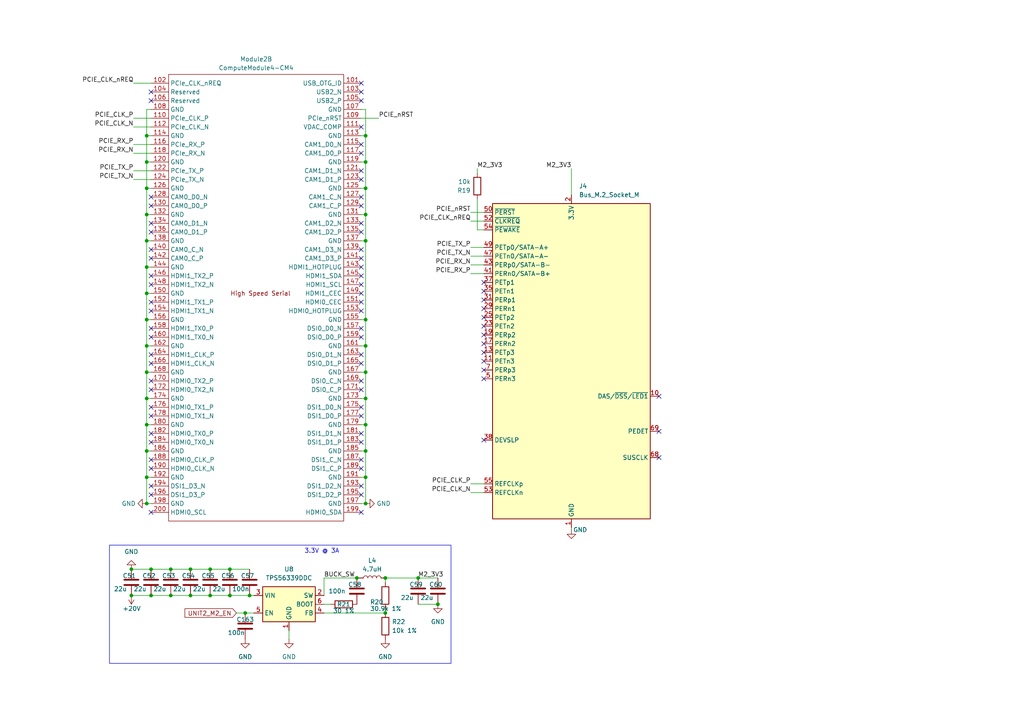
<source format=kicad_sch>
(kicad_sch (version 20231120) (generator "eeschema") (generator_version "8.0")
  (paper "A4")
  (lib_symbols
    (symbol "Connector:Bus_M.2_Socket_M"
      (property "Reference" "J" (at -22.86 46.99 0))
      (property "Value" "Bus_M.2_Socket_M" (at 16.51 46.99 0))
      (symbol "Bus_M.2_Socket_M_0_1"
        (rectangle (start -22.86 45.72) (end 22.86 -45.72) (stroke (width 0.254)) (fill (type background)))
      )
      (symbol "Bus_M.2_Socket_M_1_1"
        (pin power_in line (at 0 -48.26 90) (length 2.54) (name "GND") (number "1"))
        (pin bidirectional line (at 25.4 -10.16 180) (length 2.54) (name "DAS/~{DSS}/~{LED1}") (number "10"))
        (pin output line (at -25.4 0 0) (length 2.54) (name "PETn3") (number "11"))
        (pin passive line (at 0 48.26 270) (length 2.54) hide (name "3.3V") (number "12"))
        (pin output line (at -25.4 2.54 0) (length 2.54) (name "PETp3") (number "13"))
        (pin passive line (at 0 48.26 270) (length 2.54) hide (name "3.3V") (number "14"))
        (pin passive line (at 0 -48.26 90) (length 2.54) hide (name "GND") (number "15"))
        (pin passive line (at 0 48.26 270) (length 2.54) hide (name "3.3V") (number "16"))
        (pin input line (at -25.4 5.08 0) (length 2.54) (name "PERn2") (number "17"))
        (pin passive line (at 0 48.26 270) (length 2.54) hide (name "3.3V") (number "18"))
        (pin input line (at -25.4 7.62 0) (length 2.54) (name "PERp2") (number "19"))
        (pin power_in line (at 0 48.26 270) (length 2.54) (name "3.3V") (number "2"))
        (pin no_connect line (at 22.86 2.54 180) (length 2.54) hide (name "NC") (number "20"))
        (pin passive line (at 0 -48.26 90) (length 2.54) hide (name "GND") (number "21"))
        (pin no_connect line (at 22.86 5.08 180) (length 2.54) hide (name "NC") (number "22"))
        (pin output line (at -25.4 10.16 0) (length 2.54) (name "PETn2") (number "23"))
        (pin no_connect line (at 22.86 7.62 180) (length 2.54) hide (name "NC") (number "24"))
        (pin output line (at -25.4 12.7 0) (length 2.54) (name "PETp2") (number "25"))
        (pin no_connect line (at 22.86 10.16 180) (length 2.54) hide (name "NC") (number "26"))
        (pin passive line (at 0 -48.26 90) (length 2.54) hide (name "GND") (number "27"))
        (pin no_connect line (at 22.86 12.7 180) (length 2.54) hide (name "NC") (number "28"))
        (pin input line (at -25.4 15.24 0) (length 2.54) (name "PERn1") (number "29"))
        (pin passive line (at 0 -48.26 90) (length 2.54) hide (name "GND") (number "3"))
        (pin no_connect line (at 22.86 15.24 180) (length 2.54) hide (name "NC") (number "30"))
        (pin input line (at -25.4 17.78 0) (length 2.54) (name "PERp1") (number "31"))
        (pin no_connect line (at 22.86 17.78 180) (length 2.54) hide (name "NC") (number "32"))
        (pin passive line (at 0 -48.26 90) (length 2.54) hide (name "GND") (number "33"))
        (pin no_connect line (at 22.86 20.32 180) (length 2.54) hide (name "NC") (number "34"))
        (pin output line (at -25.4 20.32 0) (length 2.54) (name "PETn1") (number "35"))
        (pin no_connect line (at 22.86 22.86 180) (length 2.54) hide (name "NC") (number "36"))
        (pin output line (at -25.4 22.86 0) (length 2.54) (name "PETp1") (number "37"))
        (pin output line (at -25.4 -22.86 0) (length 2.54) (name "DEVSLP") (number "38"))
        (pin passive line (at 0 -48.26 90) (length 2.54) hide (name "GND") (number "39"))
        (pin passive line (at 0 48.26 270) (length 2.54) hide (name "3.3V") (number "4"))
        (pin no_connect line (at 22.86 25.4 180) (length 2.54) hide (name "NC") (number "40"))
        (pin input line (at -25.4 25.4 0) (length 2.54) (name "PERn0/SATA-B+") (number "41"))
        (pin no_connect line (at 22.86 27.94 180) (length 2.54) hide (name "NC") (number "42"))
        (pin input line (at -25.4 27.94 0) (length 2.54) (name "PERp0/SATA-B-") (number "43"))
        (pin no_connect line (at 22.86 30.48 180) (length 2.54) hide (name "NC") (number "44"))
        (pin passive line (at 0 -48.26 90) (length 2.54) hide (name "GND") (number "45"))
        (pin no_connect line (at 22.86 33.02 180) (length 2.54) hide (name "NC") (number "46"))
        (pin output line (at -25.4 30.48 0) (length 2.54) (name "PETn0/SATA-A-") (number "47"))
        (pin no_connect line (at 22.86 35.56 180) (length 2.54) hide (name "NC") (number "48"))
        (pin output line (at -25.4 33.02 0) (length 2.54) (name "PETp0/SATA-A+") (number "49"))
        (pin input line (at -25.4 -5.08 0) (length 2.54) (name "PERn3") (number "5"))
        (pin output line (at -25.4 43.18 0) (length 2.54) (name "~{PERST}") (number "50"))
        (pin passive line (at 0 -48.26 90) (length 2.54) hide (name "GND") (number "51"))
        (pin bidirectional line (at -25.4 40.64 0) (length 2.54) (name "~{CLKREQ}") (number "52"))
        (pin output line (at -25.4 -38.1 0) (length 2.54) (name "REFCLKn") (number "53"))
        (pin bidirectional line (at -25.4 38.1 0) (length 2.54) (name "~{PEWAKE}") (number "54"))
        (pin output line (at -25.4 -35.56 0) (length 2.54) (name "REFCLKp") (number "55"))
        (pin no_connect line (at 22.86 38.1 180) (length 2.54) hide (name "NC") (number "56"))
        (pin passive line (at 0 -48.26 90) (length 2.54) hide (name "GND") (number "57"))
        (pin no_connect line (at 22.86 40.64 180) (length 2.54) hide (name "NC") (number "58"))
        (pin no_connect line (at 22.86 -2.54 180) (length 2.54) hide (name "NC") (number "6"))
        (pin no_connect line (at 22.86 -5.08 180) (length 2.54) hide (name "NC") (number "67"))
        (pin output line (at 25.4 -27.94 180) (length 2.54) (name "SUSCLK") (number "68"))
        (pin passive line (at 25.4 -20.32 180) (length 2.54) (name "PEDET") (number "69"))
        (pin input line (at -25.4 -2.54 0) (length 2.54) (name "PERp3") (number "7"))
        (pin passive line (at 0 48.26 270) (length 2.54) hide (name "3.3V") (number "70"))
        (pin passive line (at 0 -48.26 90) (length 2.54) hide (name "GND") (number "71"))
        (pin passive line (at 0 48.26 270) (length 2.54) hide (name "3.3V") (number "72"))
        (pin passive line (at 0 -48.26 90) (length 2.54) hide (name "GND") (number "73"))
        (pin passive line (at 0 48.26 270) (length 2.54) hide (name "3.3V") (number "74"))
        (pin passive line (at 0 -48.26 90) (length 2.54) hide (name "GND") (number "75"))
        (pin no_connect line (at 22.86 0 180) (length 2.54) hide (name "NC") (number "8"))
        (pin passive line (at 0 -48.26 90) (length 2.54) hide (name "GND") (number "9"))
      )
    )
    (symbol "Device:C" (pin_numbers hide) (pin_names (offset 0.254))
      (property "Reference" "C" (at 0.635 2.54 0))
      (property "Value" "C" (at 0.635 -2.54 0))
      (symbol "C_0_1"
        (polyline (pts (xy -2.032 -0.762) (xy 2.032 -0.762)) (stroke (width 0.508)))
        (polyline (pts (xy -2.032 0.762) (xy 2.032 0.762)) (stroke (width 0.508)))
      )
      (symbol "C_1_1"
        (pin passive line (at 0 3.81 270) (length 2.794) (name "~") (number "1"))
        (pin passive line (at 0 -3.81 90) (length 2.794) (name "~") (number "2"))
      )
    )
    (symbol "Device:L" (pin_numbers hide) (pin_names (offset 1.016) hide)
      (property "Reference" "L" (at -1.27 0 90))
      (property "Value" "L" (at 1.905 0 90))
      (symbol "L_0_1"
        (arc (start 0 -2.54) (mid 0.6323 -1.905) (end 0 -1.27))
        (arc (start 0 -1.27) (mid 0.6323 -0.635) (end 0 0))
        (arc (start 0 0) (mid 0.6323 0.635) (end 0 1.27))
        (arc (start 0 1.27) (mid 0.6323 1.905) (end 0 2.54))
      )
      (symbol "L_1_1"
        (pin passive line (at 0 3.81 270) (length 1.27) (name "1") (number "1"))
        (pin passive line (at 0 -3.81 90) (length 1.27) (name "2") (number "2"))
      )
    )
    (symbol "Device:R" (pin_numbers hide) (pin_names (offset 0))
      (property "Reference" "R" (at 2.032 0 90))
      (property "Value" "R" (at 0 0 90))
      (symbol "R_0_1"
        (rectangle (start -1.016 -2.54) (end 1.016 2.54) (stroke (width 0.254)))
      )
      (symbol "R_1_1"
        (pin passive line (at 0 3.81 270) (length 1.27) (name "~") (number "1"))
        (pin passive line (at 0 -3.81 90) (length 1.27) (name "~") (number "2"))
      )
    )
    (symbol "Magi:+20V" (power) (pin_names (offset 0))
      (property "Value" "+20V" (at 0 3.556 0))
      (symbol "+20V_0_1"
        (polyline (pts (xy -0.762 1.27) (xy 0 2.54)))
        (polyline (pts (xy 0 0) (xy 0 2.54)))
        (polyline (pts (xy 0 2.54) (xy 0.762 1.27)))
      )
      (symbol "+20V_1_1"
        (pin power_in line (at 0 0 90) (length 0) hide (name "+20V") (number "1"))
      )
    )
    (symbol "Magi:ComputeModule4-CM4"
      (property "Reference" "Module" (at 113.03 -68.58 0))
      (property "Value" "ComputeModule4-CM4" (at 140.97 2.54 0))
      (property "Field4" "Hirose" (at 0 0 0))
      (property "Field5" "2x DF40C-100DS-0.4V" (at 0 -2.54 0))
      (symbol "ComputeModule4-CM4_1_0"
        (text "GPIO" (at 0 6.35 0) (effects (font (size 1.27 1.27))))
      )
      (symbol "ComputeModule4-CM4_1_1"
        (rectangle (start -30.48 -71.12) (end 25.4 58.42))
        (text "600mA Max" (at -8.89 -53.34 0) (effects (font (size 1.27 1.27))))
        (text "600mA Max" (at -8.89 -48.26 0) (effects (font (size 1.27 1.27))))
        (text "NB SD signals are only available" (at -1.27 -27.94 0) (effects (font (size 1.27 1.27))))
        (text "on modules without eMMC" (at -1.27 -30.48 0) (effects (font (size 1.27 1.27))))
        (pin power_in line (at 27.94 55.88 180) (length 2.54) (name "GND") (number "1"))
        (pin passive line (at -33.02 45.72 0) (length 2.54) (name "Ethernet_Pair0_N") (number "10"))
        (pin output line (at -33.02 -68.58 0) (length 2.54) (name "nEXTRST") (number "100"))
        (pin passive line (at 27.94 43.18 180) (length 2.54) (name "Ethernet_Pair2_P") (number "11"))
        (pin passive line (at -33.02 43.18 0) (length 2.54) (name "Ethernet_Pair0_P") (number "12"))
        (pin power_in line (at 27.94 40.64 180) (length 2.54) (name "GND") (number "13"))
        (pin power_in line (at -33.02 40.64 0) (length 2.54) (name "GND") (number "14"))
        (pin output line (at 27.94 38.1 180) (length 2.54) (name "Ethernet_nLED3(3.3v)") (number "15"))
        (pin input line (at -33.02 38.1 0) (length 2.54) (name "Ethernet_SYNC_IN(1.8v)") (number "16"))
        (pin output line (at 27.94 35.56 180) (length 2.54) (name "Ethernet_nLED2(3.3v)") (number "17"))
        (pin input line (at -33.02 35.56 0) (length 2.54) (name "Ethernet_SYNC_OUT(1.8v)") (number "18"))
        (pin output line (at 27.94 33.02 180) (length 2.54) (name "Ethernet_nLED1(3.3v)") (number "19"))
        (pin power_in line (at -33.02 55.88 0) (length 2.54) (name "GND") (number "2"))
        (pin passive line (at -33.02 33.02 0) (length 2.54) (name "EEPROM_nWP") (number "20"))
        (pin open_collector line (at 27.94 30.48 180) (length 2.54) (name "PI_nLED_Activity") (number "21"))
        (pin power_in line (at -33.02 30.48 0) (length 2.54) (name "GND") (number "22"))
        (pin power_in line (at 27.94 27.94 180) (length 2.54) (name "GND") (number "23"))
        (pin passive line (at -33.02 27.94 0) (length 2.54) (name "GPIO26") (number "24"))
        (pin passive line (at 27.94 25.4 180) (length 2.54) (name "GPIO21") (number "25"))
        (pin passive line (at -33.02 25.4 0) (length 2.54) (name "GPIO19") (number "26"))
        (pin passive line (at 27.94 22.86 180) (length 2.54) (name "GPIO20") (number "27"))
        (pin passive line (at -33.02 22.86 0) (length 2.54) (name "GPIO13") (number "28"))
        (pin passive line (at 27.94 20.32 180) (length 2.54) (name "GPIO16") (number "29"))
        (pin passive line (at 27.94 53.34 180) (length 2.54) (name "Ethernet_Pair3_P") (number "3"))
        (pin passive line (at -33.02 20.32 0) (length 2.54) (name "GPIO6") (number "30"))
        (pin passive line (at 27.94 17.78 180) (length 2.54) (name "GPIO12") (number "31"))
        (pin power_in line (at -33.02 17.78 0) (length 2.54) (name "GND") (number "32"))
        (pin power_in line (at 27.94 15.24 180) (length 2.54) (name "GND") (number "33"))
        (pin passive line (at -33.02 15.24 0) (length 2.54) (name "GPIO5") (number "34"))
        (pin passive line (at 27.94 12.7 180) (length 2.54) (name "ID_SC") (number "35"))
        (pin passive line (at -33.02 12.7 0) (length 2.54) (name "ID_SD") (number "36"))
        (pin passive line (at 27.94 10.16 180) (length 2.54) (name "GPIO7") (number "37"))
        (pin passive line (at -33.02 10.16 0) (length 2.54) (name "GPIO11") (number "38"))
        (pin passive line (at 27.94 7.62 180) (length 2.54) (name "GPIO8") (number "39"))
        (pin passive line (at -33.02 53.34 0) (length 2.54) (name "Ethernet_Pair1_P") (number "4"))
        (pin passive line (at -33.02 7.62 0) (length 2.54) (name "GPIO9") (number "40"))
        (pin passive line (at 27.94 5.08 180) (length 2.54) (name "GPIO25") (number "41"))
        (pin power_in line (at -33.02 5.08 0) (length 2.54) (name "GND") (number "42"))
        (pin power_in line (at 27.94 2.54 180) (length 2.54) (name "GND") (number "43"))
        (pin passive line (at -33.02 2.54 0) (length 2.54) (name "GPIO10") (number "44"))
        (pin passive line (at 27.94 0 180) (length 2.54) (name "GPIO24") (number "45"))
        (pin passive line (at -33.02 0 0) (length 2.54) (name "GPIO22") (number "46"))
        (pin passive line (at 27.94 -2.54 180) (length 2.54) (name "GPIO23") (number "47"))
        (pin passive line (at -33.02 -2.54 0) (length 2.54) (name "GPIO27") (number "48"))
        (pin passive line (at 27.94 -5.08 180) (length 2.54) (name "GPIO18") (number "49"))
        (pin passive line (at 27.94 50.8 180) (length 2.54) (name "Ethernet_Pair3_N") (number "5"))
        (pin passive line (at -33.02 -5.08 0) (length 2.54) (name "GPIO17") (number "50"))
        (pin passive line (at 27.94 -7.62 180) (length 2.54) (name "GPIO15") (number "51"))
        (pin power_in line (at -33.02 -7.62 0) (length 2.54) (name "GND") (number "52"))
        (pin power_in line (at 27.94 -10.16 180) (length 2.54) (name "GND") (number "53"))
        (pin passive line (at -33.02 -10.16 0) (length 2.54) (name "GPIO4") (number "54"))
        (pin passive line (at 27.94 -12.7 180) (length 2.54) (name "GPIO14") (number "55"))
        (pin passive line (at -33.02 -12.7 0) (length 2.54) (name "GPIO3") (number "56"))
        (pin passive line (at 27.94 -15.24 180) (length 2.54) (name "SD_CLK") (number "57"))
        (pin passive line (at -33.02 -15.24 0) (length 2.54) (name "GPIO2") (number "58"))
        (pin power_in line (at 27.94 -17.78 180) (length 2.54) (name "GND") (number "59"))
        (pin passive line (at -33.02 50.8 0) (length 2.54) (name "Ethernet_Pair1_N") (number "6"))
        (pin power_in line (at -33.02 -17.78 0) (length 2.54) (name "GND") (number "60"))
        (pin passive line (at 27.94 -20.32 180) (length 2.54) (name "SD_DAT3") (number "61"))
        (pin passive line (at -33.02 -20.32 0) (length 2.54) (name "SD_CMD") (number "62"))
        (pin passive line (at 27.94 -22.86 180) (length 2.54) (name "SD_DAT0") (number "63"))
        (pin passive line (at -33.02 -22.86 0) (length 2.54) (name "SD_DAT5") (number "64"))
        (pin power_in line (at 27.94 -25.4 180) (length 2.54) (name "GND") (number "65"))
        (pin power_in line (at -33.02 -25.4 0) (length 2.54) (name "GND") (number "66"))
        (pin passive line (at 27.94 -27.94 180) (length 2.54) (name "SD_DAT1") (number "67"))
        (pin passive line (at -33.02 -27.94 0) (length 2.54) (name "SD_DAT4") (number "68"))
        (pin passive line (at 27.94 -30.48 180) (length 2.54) (name "SD_DAT2") (number "69"))
        (pin power_in line (at 27.94 48.26 180) (length 2.54) (name "GND") (number "7"))
        (pin passive line (at -33.02 -30.48 0) (length 2.54) (name "SD_DAT7") (number "70"))
        (pin power_in line (at 27.94 -33.02 180) (length 2.54) (name "GND") (number "71"))
        (pin passive line (at -33.02 -33.02 0) (length 2.54) (name "SD_DAT6") (number "72"))
        (pin input line (at 27.94 -35.56 180) (length 2.54) (name "SD_VDD_Override") (number "73"))
        (pin power_in line (at -33.02 -35.56 0) (length 2.54) (name "GND") (number "74"))
        (pin output line (at 27.94 -38.1 180) (length 2.54) (name "SD_PWR_ON") (number "75"))
        (pin passive line (at -33.02 -38.1 0) (length 2.54) (name "Reserved") (number "76"))
        (pin power_in line (at 27.94 -40.64 180) (length 2.54) (name "+5v_(Input)") (number "77"))
        (pin power_in line (at -33.02 -40.64 0) (length 2.54) (name "GPIO_VREF(1.8v/3.3v_Input)") (number "78"))
        (pin power_in line (at 27.94 -43.18 180) (length 2.54) (name "+5v_(Input)") (number "79"))
        (pin power_in line (at -33.02 48.26 0) (length 2.54) (name "GND") (number "8"))
        (pin passive line (at -33.02 -43.18 0) (length 2.54) (name "SCL0") (number "80"))
        (pin power_in line (at 27.94 -45.72 180) (length 2.54) (name "+5v_(Input)") (number "81"))
        (pin passive line (at -33.02 -45.72 0) (length 2.54) (name "SDA0") (number "82"))
        (pin power_in line (at 27.94 -48.26 180) (length 2.54) (name "+5v_(Input)") (number "83"))
        (pin power_out line (at -33.02 -48.26 0) (length 2.54) (name "+3.3v_(Output)") (number "84"))
        (pin power_in line (at 27.94 -50.8 180) (length 2.54) (name "+5v_(Input)") (number "85"))
        (pin power_out line (at -33.02 -50.8 0) (length 2.54) (name "+3.3v_(Output)") (number "86"))
        (pin power_in line (at 27.94 -53.34 180) (length 2.54) (name "+5v_(Input)") (number "87"))
        (pin power_out line (at -33.02 -53.34 0) (length 2.54) (name "+1.8v_(Output)") (number "88"))
        (pin power_in line (at 27.94 -55.88 180) (length 2.54) (name "WiFi_nDisable") (number "89"))
        (pin passive line (at 27.94 45.72 180) (length 2.54) (name "Ethernet_Pair2_N") (number "9"))
        (pin power_out line (at -33.02 -55.88 0) (length 2.54) (name "+1.8v_(Output)") (number "90"))
        (pin power_in line (at 27.94 -58.42 180) (length 2.54) (name "BT_nDisable") (number "91"))
        (pin passive line (at -33.02 -58.42 0) (length 2.54) (name "RUN_PG") (number "92"))
        (pin input line (at 27.94 -60.96 180) (length 2.54) (name "nRPIBOOT") (number "93"))
        (pin passive line (at -33.02 -60.96 0) (length 2.54) (name "AnalogIP1") (number "94"))
        (pin output line (at 27.94 -63.5 180) (length 2.54) (name "nPI_LED_PWR") (number "95"))
        (pin passive line (at -33.02 -63.5 0) (length 2.54) (name "AnalogIP0") (number "96"))
        (pin passive line (at 27.94 -66.04 180) (length 2.54) (name "Camera_GPIO") (number "97"))
        (pin power_in line (at -33.02 -66.04 0) (length 2.54) (name "GND") (number "98"))
        (pin input line (at 27.94 -68.58 180) (length 2.54) (name "Global_EN") (number "99"))
      )
      (symbol "ComputeModule4-CM4_2_1"
        (rectangle (start 114.3 -66.04) (end 165.1 63.5))
        (text "High Speed Serial" (at 140.97 0 0) (effects (font (size 1.27 1.27))))
        (pin input line (at 170.18 60.96 180) (length 5.08) (name "USB_OTG_ID") (number "101"))
        (pin input line (at 109.22 60.96 0) (length 5.08) (name "PCIe_CLK_nREQ") (number "102"))
        (pin passive line (at 170.18 58.42 180) (length 5.08) (name "USB2_N") (number "103"))
        (pin passive line (at 109.22 58.42 0) (length 5.08) (name "Reserved") (number "104"))
        (pin passive line (at 170.18 55.88 180) (length 5.08) (name "USB2_P") (number "105"))
        (pin passive line (at 109.22 55.88 0) (length 5.08) (name "Reserved") (number "106"))
        (pin power_in line (at 170.18 53.34 180) (length 5.08) (name "GND") (number "107"))
        (pin power_in line (at 109.22 53.34 0) (length 5.08) (name "GND") (number "108"))
        (pin bidirectional line (at 170.18 50.8 180) (length 5.08) (name "PCIe_nRST") (number "109"))
        (pin output line (at 109.22 50.8 0) (length 5.08) (name "PCIe_CLK_P") (number "110"))
        (pin passive line (at 170.18 48.26 180) (length 5.08) (name "VDAC_COMP") (number "111"))
        (pin output line (at 109.22 48.26 0) (length 5.08) (name "PCIe_CLK_N") (number "112"))
        (pin power_in line (at 170.18 45.72 180) (length 5.08) (name "GND") (number "113"))
        (pin power_in line (at 109.22 45.72 0) (length 5.08) (name "GND") (number "114"))
        (pin input line (at 170.18 43.18 180) (length 5.08) (name "CAM1_D0_N") (number "115"))
        (pin input line (at 109.22 43.18 0) (length 5.08) (name "PCIe_RX_P") (number "116"))
        (pin input line (at 170.18 40.64 180) (length 5.08) (name "CAM1_D0_P") (number "117"))
        (pin input line (at 109.22 40.64 0) (length 5.08) (name "PCIe_RX_N") (number "118"))
        (pin power_in line (at 170.18 38.1 180) (length 5.08) (name "GND") (number "119"))
        (pin power_in line (at 109.22 38.1 0) (length 5.08) (name "GND") (number "120"))
        (pin input line (at 170.18 35.56 180) (length 5.08) (name "CAM1_D1_N") (number "121"))
        (pin output line (at 109.22 35.56 0) (length 5.08) (name "PCIe_TX_P") (number "122"))
        (pin input line (at 170.18 33.02 180) (length 5.08) (name "CAM1_D1_P") (number "123"))
        (pin output line (at 109.22 33.02 0) (length 5.08) (name "PCIe_TX_N") (number "124"))
        (pin power_in line (at 170.18 30.48 180) (length 5.08) (name "GND") (number "125"))
        (pin power_in line (at 109.22 30.48 0) (length 5.08) (name "GND") (number "126"))
        (pin input line (at 170.18 27.94 180) (length 5.08) (name "CAM1_C_N") (number "127"))
        (pin input line (at 109.22 27.94 0) (length 5.08) (name "CAM0_D0_N") (number "128"))
        (pin input line (at 170.18 25.4 180) (length 5.08) (name "CAM1_C_P") (number "129"))
        (pin input line (at 109.22 25.4 0) (length 5.08) (name "CAM0_D0_P") (number "130"))
        (pin power_in line (at 170.18 22.86 180) (length 5.08) (name "GND") (number "131"))
        (pin power_in line (at 109.22 22.86 0) (length 5.08) (name "GND") (number "132"))
        (pin input line (at 170.18 20.32 180) (length 5.08) (name "CAM1_D2_N") (number "133"))
        (pin input line (at 109.22 20.32 0) (length 5.08) (name "CAM0_D1_N") (number "134"))
        (pin input line (at 170.18 17.78 180) (length 5.08) (name "CAM1_D2_P") (number "135"))
        (pin input line (at 109.22 17.78 0) (length 5.08) (name "CAM0_D1_P") (number "136"))
        (pin power_in line (at 170.18 15.24 180) (length 5.08) (name "GND") (number "137"))
        (pin power_in line (at 109.22 15.24 0) (length 5.08) (name "GND") (number "138"))
        (pin input line (at 170.18 12.7 180) (length 5.08) (name "CAM1_D3_N") (number "139"))
        (pin input line (at 109.22 12.7 0) (length 5.08) (name "CAM0_C_N") (number "140"))
        (pin input line (at 170.18 10.16 180) (length 5.08) (name "CAM1_D3_P") (number "141"))
        (pin input line (at 109.22 10.16 0) (length 5.08) (name "CAM0_C_P") (number "142"))
        (pin input line (at 170.18 7.62 180) (length 5.08) (name "HDMI1_HOTPLUG") (number "143"))
        (pin power_in line (at 109.22 7.62 0) (length 5.08) (name "GND") (number "144"))
        (pin bidirectional line (at 170.18 5.08 180) (length 5.08) (name "HDMI1_SDA") (number "145"))
        (pin output line (at 109.22 5.08 0) (length 5.08) (name "HDMI1_TX2_P") (number "146"))
        (pin open_collector line (at 170.18 2.54 180) (length 5.08) (name "HDMI1_SCL") (number "147"))
        (pin output line (at 109.22 2.54 0) (length 5.08) (name "HDMI1_TX2_N") (number "148"))
        (pin open_collector line (at 170.18 0 180) (length 5.08) (name "HDMI1_CEC") (number "149"))
        (pin power_in line (at 109.22 0 0) (length 5.08) (name "GND") (number "150"))
        (pin open_collector line (at 170.18 -2.54 180) (length 5.08) (name "HDMI0_CEC") (number "151"))
        (pin output line (at 109.22 -2.54 0) (length 5.08) (name "HDMI1_TX1_P") (number "152"))
        (pin input line (at 170.18 -5.08 180) (length 5.08) (name "HDMI0_HOTPLUG") (number "153"))
        (pin output line (at 109.22 -5.08 0) (length 5.08) (name "HDMI1_TX1_N") (number "154"))
        (pin power_in line (at 170.18 -7.62 180) (length 5.08) (name "GND") (number "155"))
        (pin power_in line (at 109.22 -7.62 0) (length 5.08) (name "GND") (number "156"))
        (pin output line (at 170.18 -10.16 180) (length 5.08) (name "DSI0_D0_N") (number "157"))
        (pin output line (at 109.22 -10.16 0) (length 5.08) (name "HDMI1_TX0_P") (number "158"))
        (pin output line (at 170.18 -12.7 180) (length 5.08) (name "DSI0_D0_P") (number "159"))
        (pin output line (at 109.22 -12.7 0) (length 5.08) (name "HDMI1_TX0_N") (number "160"))
        (pin power_in line (at 170.18 -15.24 180) (length 5.08) (name "GND") (number "161"))
        (pin power_in line (at 109.22 -15.24 0) (length 5.08) (name "GND") (number "162"))
        (pin output line (at 170.18 -17.78 180) (length 5.08) (name "DSI0_D1_N") (number "163"))
        (pin output line (at 109.22 -17.78 0) (length 5.08) (name "HDMI1_CLK_P") (number "164"))
        (pin output line (at 170.18 -20.32 180) (length 5.08) (name "DSI0_D1_P") (number "165"))
        (pin output line (at 109.22 -20.32 0) (length 5.08) (name "HDMI1_CLK_N") (number "166"))
        (pin power_in line (at 170.18 -22.86 180) (length 5.08) (name "GND") (number "167"))
        (pin power_in line (at 109.22 -22.86 0) (length 5.08) (name "GND") (number "168"))
        (pin output line (at 170.18 -25.4 180) (length 5.08) (name "DSI0_C_N") (number "169"))
        (pin output line (at 109.22 -25.4 0) (length 5.08) (name "HDMI0_TX2_P") (number "170"))
        (pin output line (at 170.18 -27.94 180) (length 5.08) (name "DSI0_C_P") (number "171"))
        (pin output line (at 109.22 -27.94 0) (length 5.08) (name "HDMI0_TX2_N") (number "172"))
        (pin power_in line (at 170.18 -30.48 180) (length 5.08) (name "GND") (number "173"))
        (pin power_in line (at 109.22 -30.48 0) (length 5.08) (name "GND") (number "174"))
        (pin output line (at 170.18 -33.02 180) (length 5.08) (name "DSI1_D0_N") (number "175"))
        (pin output line (at 109.22 -33.02 0) (length 5.08) (name "HDMI0_TX1_P") (number "176"))
        (pin output line (at 170.18 -35.56 180) (length 5.08) (name "DSI1_D0_P") (number "177"))
        (pin output line (at 109.22 -35.56 0) (length 5.08) (name "HDMI0_TX1_N") (number "178"))
        (pin power_in line (at 170.18 -38.1 180) (length 5.08) (name "GND") (number "179"))
        (pin power_in line (at 109.22 -38.1 0) (length 5.08) (name "GND") (number "180"))
        (pin output line (at 170.18 -40.64 180) (length 5.08) (name "DSI1_D1_N") (number "181"))
        (pin output line (at 109.22 -40.64 0) (length 5.08) (name "HDMI0_TX0_P") (number "182"))
        (pin output line (at 170.18 -43.18 180) (length 5.08) (name "DSI1_D1_P") (number "183"))
        (pin output line (at 109.22 -43.18 0) (length 5.08) (name "HDMI0_TX0_N") (number "184"))
        (pin power_in line (at 170.18 -45.72 180) (length 5.08) (name "GND") (number "185"))
        (pin power_in line (at 109.22 -45.72 0) (length 5.08) (name "GND") (number "186"))
        (pin output line (at 170.18 -48.26 180) (length 5.08) (name "DSI1_C_N") (number "187"))
        (pin output line (at 109.22 -48.26 0) (length 5.08) (name "HDMI0_CLK_P") (number "188"))
        (pin output line (at 170.18 -50.8 180) (length 5.08) (name "DSI1_C_P") (number "189"))
        (pin output line (at 109.22 -50.8 0) (length 5.08) (name "HDMI0_CLK_N") (number "190"))
        (pin power_in line (at 170.18 -53.34 180) (length 5.08) (name "GND") (number "191"))
        (pin power_in line (at 109.22 -53.34 0) (length 5.08) (name "GND") (number "192"))
        (pin output line (at 170.18 -55.88 180) (length 5.08) (name "DSI1_D2_N") (number "193"))
        (pin output line (at 109.22 -55.88 0) (length 5.08) (name "DSI1_D3_N") (number "194"))
        (pin output line (at 170.18 -58.42 180) (length 5.08) (name "DSI1_D2_P") (number "195"))
        (pin output line (at 109.22 -58.42 0) (length 5.08) (name "DSI1_D3_P") (number "196"))
        (pin power_in line (at 170.18 -60.96 180) (length 5.08) (name "GND") (number "197"))
        (pin power_in line (at 109.22 -60.96 0) (length 5.08) (name "GND") (number "198"))
        (pin bidirectional line (at 170.18 -63.5 180) (length 5.08) (name "HDMI0_SDA") (number "199"))
        (pin open_collector line (at 109.22 -63.5 0) (length 5.08) (name "HDMI0_SCL") (number "200"))
      )
    )
    (symbol "Regulator_Switching:TPS56339DDC"
      (property "Reference" "U" (at -7.62 6.35 0))
      (property "Value" "TPS56339DDC" (at -2.54 6.35 0))
      (symbol "TPS56339DDC_0_1"
        (rectangle (start -7.62 5.08) (end 7.62 -5.08) (stroke (width 0.254)) (fill (type background)))
      )
      (symbol "TPS56339DDC_1_1"
        (pin power_in line (at 0 -7.62 90) (length 2.54) (name "GND") (number "1"))
        (pin power_out line (at 10.16 2.54 180) (length 2.54) (name "SW") (number "2"))
        (pin power_in line (at -10.16 2.54 0) (length 2.54) (name "VIN") (number "3"))
        (pin input line (at 10.16 -2.54 180) (length 2.54) (name "FB") (number "4"))
        (pin input line (at -10.16 -2.54 0) (length 2.54) (name "EN") (number "5"))
        (pin passive line (at 10.16 0 180) (length 2.54) (name "BOOT") (number "6"))
      )
    )
    (symbol "power:GND" (power) (pin_names (offset 0))
      (property "Value" "GND" (at 0 -3.81 0))
      (symbol "GND_0_1"
        (polyline (pts (xy 0 0) (xy 0 -1.27) (xy 1.27 -1.27) (xy 0 -2.54) (xy -1.27 -1.27) (xy 0 -1.27)))
      )
      (symbol "GND_1_1"
        (pin power_in line (at 0 0 270) (length 0) hide (name "GND") (number "1"))
      )
    )
  )
  (junction (at 42.545 123.19))
  (junction (at 42.545 138.43))
  (junction (at 66.675 165.1))
  (junction (at 42.545 77.47))
  (junction (at 106.045 115.57))
  (junction (at 55.245 172.72))
  (junction (at 103.505 167.64))
  (junction (at 106.045 46.99))
  (junction (at 60.96 172.72))
  (junction (at 66.675 172.72))
  (junction (at 38.1 172.72))
  (junction (at 42.545 46.99))
  (junction (at 42.545 62.23))
  (junction (at 42.545 146.05))
  (junction (at 42.545 92.71))
  (junction (at 42.545 54.61))
  (junction (at 43.815 165.1))
  (junction (at 106.045 39.37))
  (junction (at 111.76 177.8))
  (junction (at 106.045 146.05))
  (junction (at 42.545 85.09))
  (junction (at 106.045 92.71))
  (junction (at 43.815 172.72))
  (junction (at 71.12 177.8))
  (junction (at 42.545 130.81))
  (junction (at 42.545 39.37))
  (junction (at 55.245 165.1))
  (junction (at 72.39 172.72))
  (junction (at 42.545 107.95))
  (junction (at 121.285 167.64))
  (junction (at 42.545 100.33))
  (junction (at 42.545 115.57))
  (junction (at 49.53 165.1))
  (junction (at 106.045 100.33))
  (junction (at 106.045 123.19))
  (junction (at 106.045 107.95))
  (junction (at 111.76 167.64))
  (junction (at 106.045 54.61))
  (junction (at 127 175.26))
  (junction (at 49.53 172.72))
  (junction (at 42.545 69.85))
  (junction (at 60.96 165.1))
  (junction (at 106.045 130.81))
  (junction (at 106.045 69.85))
  (junction (at 38.1 165.1))
  (junction (at 106.045 62.23))
  (junction (at 106.045 138.43))
  (no_connect (at 104.775 118.11))
  (no_connect (at 43.815 97.79))
  (no_connect (at 43.815 143.51))
  (no_connect (at 140.335 86.995))
  (no_connect (at 43.815 120.65))
  (no_connect (at 104.775 102.87))
  (no_connect (at 43.815 59.69))
  (no_connect (at 104.775 80.01))
  (no_connect (at 104.775 105.41))
  (no_connect (at 104.775 44.45))
  (no_connect (at 104.775 128.27))
  (no_connect (at 104.775 29.21))
  (no_connect (at 104.775 74.93))
  (no_connect (at 104.775 113.03))
  (no_connect (at 43.815 95.25))
  (no_connect (at 43.815 148.59))
  (no_connect (at 104.775 90.17))
  (no_connect (at 191.135 132.715))
  (no_connect (at 104.775 82.55))
  (no_connect (at 104.775 52.07))
  (no_connect (at 43.815 74.93))
  (no_connect (at 43.815 102.87))
  (no_connect (at 43.815 64.77))
  (no_connect (at 140.335 109.855))
  (no_connect (at 104.775 148.59))
  (no_connect (at 140.335 99.695))
  (no_connect (at 43.815 133.35))
  (no_connect (at 140.335 102.235))
  (no_connect (at 43.815 110.49))
  (no_connect (at 43.815 113.03))
  (no_connect (at 43.815 118.11))
  (no_connect (at 104.775 143.51))
  (no_connect (at 140.335 92.075))
  (no_connect (at 140.335 107.315))
  (no_connect (at 104.775 36.83))
  (no_connect (at 43.815 125.73))
  (no_connect (at 104.775 97.79))
  (no_connect (at 104.775 59.69))
  (no_connect (at 43.815 140.97))
  (no_connect (at 140.335 89.535))
  (no_connect (at 104.775 140.97))
  (no_connect (at 43.815 87.63))
  (no_connect (at 104.775 95.25))
  (no_connect (at 43.815 67.31))
  (no_connect (at 191.135 125.095))
  (no_connect (at 140.335 104.775))
  (no_connect (at 140.335 127.635))
  (no_connect (at 140.335 84.455))
  (no_connect (at 104.775 110.49))
  (no_connect (at 104.775 133.35))
  (no_connect (at 43.815 135.89))
  (no_connect (at 104.775 72.39))
  (no_connect (at 43.815 80.01))
  (no_connect (at 104.775 24.13))
  (no_connect (at 104.775 57.15))
  (no_connect (at 43.815 72.39))
  (no_connect (at 104.775 77.47))
  (no_connect (at 43.815 105.41))
  (no_connect (at 140.335 97.155))
  (no_connect (at 43.815 26.67))
  (no_connect (at 43.815 128.27))
  (no_connect (at 43.815 90.17))
  (no_connect (at 104.775 41.91))
  (no_connect (at 104.775 67.31))
  (no_connect (at 43.815 29.21))
  (no_connect (at 191.135 114.935))
  (no_connect (at 104.775 85.09))
  (no_connect (at 43.815 82.55))
  (no_connect (at 104.775 135.89))
  (no_connect (at 104.775 87.63))
  (no_connect (at 140.335 94.615))
  (no_connect (at 104.775 125.73))
  (no_connect (at 104.775 26.67))
  (no_connect (at 43.815 57.15))
  (no_connect (at 140.335 81.915))
  (no_connect (at 104.775 49.53))
  (no_connect (at 104.775 64.77))
  (no_connect (at 104.775 120.65))
  (wire (pts (xy 104.775 107.95) (xy 106.045 107.95)))
  (wire (pts (xy 42.545 54.61) (xy 42.545 62.23)))
  (wire (pts (xy 42.545 31.75) (xy 42.545 39.37)))
  (wire (pts (xy 42.545 77.47) (xy 43.815 77.47)))
  (wire (pts (xy 60.96 165.1) (xy 66.675 165.1)))
  (wire (pts (xy 106.045 31.75) (xy 106.045 39.37)))
  (wire (pts (xy 42.545 85.09) (xy 42.545 92.71)))
  (wire (pts (xy 42.545 130.81) (xy 43.815 130.81)))
  (wire (pts (xy 136.525 76.835) (xy 140.335 76.835)))
  (wire (pts (xy 42.545 69.85) (xy 42.545 77.47)))
  (wire (pts (xy 106.045 100.33) (xy 106.045 107.95)))
  (wire (pts (xy 106.045 107.95) (xy 106.045 115.57)))
  (wire (pts (xy 42.545 100.33) (xy 43.815 100.33)))
  (wire (pts (xy 106.045 123.19) (xy 106.045 130.81)))
  (wire (pts (xy 104.775 46.99) (xy 106.045 46.99)))
  (wire (pts (xy 42.545 46.99) (xy 42.545 54.61)))
  (wire (pts (xy 49.53 172.72) (xy 55.245 172.72)))
  (wire (pts (xy 104.775 100.33) (xy 106.045 100.33)))
  (wire (pts (xy 43.815 31.75) (xy 42.545 31.75)))
  (wire (pts (xy 38.735 44.45) (xy 43.815 44.45)))
  (wire (pts (xy 106.045 115.57) (xy 106.045 123.19)))
  (wire (pts (xy 68.58 177.8) (xy 71.12 177.8)))
  (wire (pts (xy 104.775 69.85) (xy 106.045 69.85)))
  (wire (pts (xy 60.96 172.72) (xy 66.675 172.72)))
  (wire (pts (xy 38.735 41.91) (xy 43.815 41.91)))
  (wire (pts (xy 71.12 177.8) (xy 73.66 177.8)))
  (wire (pts (xy 55.245 165.1) (xy 60.96 165.1)))
  (wire (pts (xy 95.885 175.26) (xy 93.98 175.26)))
  (wire (pts (xy 106.045 46.99) (xy 106.045 54.61)))
  (wire (pts (xy 106.045 54.61) (xy 106.045 62.23)))
  (wire (pts (xy 136.525 61.595) (xy 140.335 61.595)))
  (wire (pts (xy 42.545 39.37) (xy 43.815 39.37)))
  (wire (pts (xy 49.53 165.1) (xy 55.245 165.1)))
  (wire (pts (xy 38.735 49.53) (xy 43.815 49.53)))
  (wire (pts (xy 42.545 62.23) (xy 42.545 69.85)))
  (wire (pts (xy 104.775 31.75) (xy 106.045 31.75)))
  (wire (pts (xy 106.045 130.81) (xy 106.045 138.43)))
  (wire (pts (xy 136.525 74.295) (xy 140.335 74.295)))
  (wire (pts (xy 38.735 52.07) (xy 43.815 52.07)))
  (wire (pts (xy 111.76 168.91) (xy 111.76 167.64)))
  (wire (pts (xy 42.545 123.19) (xy 42.545 130.81)))
  (wire (pts (xy 138.43 66.675) (xy 140.335 66.675)))
  (wire (pts (xy 106.045 69.85) (xy 106.045 92.71)))
  (wire (pts (xy 138.43 48.895) (xy 138.43 50.165)))
  (wire (pts (xy 38.1 172.72) (xy 43.815 172.72)))
  (wire (pts (xy 106.045 39.37) (xy 106.045 46.99)))
  (wire (pts (xy 42.545 100.33) (xy 42.545 107.95)))
  (wire (pts (xy 136.525 64.135) (xy 140.335 64.135)))
  (wire (pts (xy 104.775 92.71) (xy 106.045 92.71)))
  (wire (pts (xy 121.285 167.64) (xy 127 167.64)))
  (wire (pts (xy 104.775 130.81) (xy 106.045 130.81)))
  (wire (pts (xy 104.775 54.61) (xy 106.045 54.61)))
  (wire (pts (xy 165.735 153.67) (xy 165.735 153.035)))
  (wire (pts (xy 106.045 138.43) (xy 106.045 146.05)))
  (wire (pts (xy 42.545 115.57) (xy 42.545 123.19)))
  (wire (pts (xy 42.545 107.95) (xy 43.815 107.95)))
  (wire (pts (xy 104.775 39.37) (xy 106.045 39.37)))
  (wire (pts (xy 42.545 92.71) (xy 42.545 100.33)))
  (wire (pts (xy 136.525 71.755) (xy 140.335 71.755)))
  (wire (pts (xy 136.525 140.335) (xy 140.335 140.335)))
  (wire (pts (xy 42.545 85.09) (xy 43.815 85.09)))
  (wire (pts (xy 42.545 92.71) (xy 43.815 92.71)))
  (wire (pts (xy 43.815 172.72) (xy 49.53 172.72)))
  (wire (pts (xy 138.43 57.785) (xy 138.43 66.675)))
  (wire (pts (xy 106.045 62.23) (xy 106.045 69.85)))
  (wire (pts (xy 111.76 177.8) (xy 111.76 176.53)))
  (wire (pts (xy 111.76 167.64) (xy 121.285 167.64)))
  (wire (pts (xy 106.045 92.71) (xy 106.045 100.33)))
  (wire (pts (xy 42.545 115.57) (xy 43.815 115.57)))
  (wire (pts (xy 104.775 115.57) (xy 106.045 115.57)))
  (wire (pts (xy 165.735 48.895) (xy 165.735 56.515)))
  (wire (pts (xy 42.545 123.19) (xy 43.815 123.19)))
  (wire (pts (xy 136.525 142.875) (xy 140.335 142.875)))
  (wire (pts (xy 121.285 175.26) (xy 127 175.26)))
  (wire (pts (xy 104.775 62.23) (xy 106.045 62.23)))
  (wire (pts (xy 103.505 167.64) (xy 104.14 167.64)))
  (wire (pts (xy 83.82 185.42) (xy 83.82 182.88)))
  (wire (pts (xy 93.98 167.64) (xy 103.505 167.64)))
  (wire (pts (xy 55.245 172.72) (xy 60.96 172.72)))
  (wire (pts (xy 42.545 130.81) (xy 42.545 138.43)))
  (wire (pts (xy 104.775 138.43) (xy 106.045 138.43)))
  (wire (pts (xy 42.545 69.85) (xy 43.815 69.85)))
  (wire (pts (xy 93.98 177.8) (xy 111.76 177.8)))
  (wire (pts (xy 93.98 167.64) (xy 93.98 172.72)))
  (wire (pts (xy 136.525 79.375) (xy 140.335 79.375)))
  (wire (pts (xy 42.545 77.47) (xy 42.545 85.09)))
  (wire (pts (xy 42.545 138.43) (xy 42.545 146.05)))
  (wire (pts (xy 72.39 172.72) (xy 73.66 172.72)))
  (wire (pts (xy 38.735 36.83) (xy 43.815 36.83)))
  (wire (pts (xy 42.545 146.05) (xy 43.815 146.05)))
  (wire (pts (xy 42.545 107.95) (xy 42.545 115.57)))
  (wire (pts (xy 43.815 165.1) (xy 49.53 165.1)))
  (wire (pts (xy 38.735 24.13) (xy 43.815 24.13)))
  (wire (pts (xy 42.545 54.61) (xy 43.815 54.61)))
  (wire (pts (xy 42.545 46.99) (xy 43.815 46.99)))
  (wire (pts (xy 42.545 39.37) (xy 42.545 46.99)))
  (wire (pts (xy 38.735 34.29) (xy 43.815 34.29)))
  (wire (pts (xy 66.675 172.72) (xy 72.39 172.72)))
  (wire (pts (xy 109.855 34.29) (xy 104.775 34.29)))
  (wire (pts (xy 42.545 138.43) (xy 43.815 138.43)))
  (wire (pts (xy 42.545 62.23) (xy 43.815 62.23)))
  (wire (pts (xy 38.1 165.1) (xy 43.815 165.1)))
  (wire (pts (xy 104.775 146.05) (xy 106.045 146.05)))
  (wire (pts (xy 66.675 165.1) (xy 72.39 165.1)))
  (wire (pts (xy 104.775 123.19) (xy 106.045 123.19)))
  (rectangle (start 31.75 158.115) (end 130.81 192.405))
  (text "3.3V @ 3A" (at 88.265 160.655 0) (effects (font (size 1.27 1.27)) (justify left bottom)))
  (label "M2_3V3" (at 138.43 48.895 0))
  (label "PCIE_RX_P" (at 38.735 41.91 180))
  (label "PCIE_TX_P" (at 38.735 49.53 180))
  (label "PCIE_CLK_nREQ" (at 38.735 24.13 180))
  (label "PCIE_CLK_P" (at 38.735 34.29 180))
  (label "PCIE_TX_P" (at 136.525 71.755 180))
  (label "PCIE_RX_P" (at 136.525 79.375 180))
  (label "PCIE_TX_N" (at 136.525 74.295 180))
  (label "PCIE_nRST" (at 136.525 61.595 180))
  (label "PCIE_TX_N" (at 38.735 52.07 180))
  (label "M2_3V3" (at 165.735 48.895 180))
  (label "PCIE_RX_N" (at 136.525 76.835 180))
  (label "PCIE_CLK_N" (at 136.525 142.875 180))
  (label "PCIE_nRST" (at 109.855 34.29 0))
  (label "BUCK_SW" (at 93.98 167.64 0))
  (label "PCIE_RX_N" (at 38.735 44.45 180))
  (label "M2_3V3" (at 121.285 167.64 0))
  (label "PCIE_CLK_P" (at 136.525 140.335 180))
  (label "PCIE_CLK_nREQ" (at 136.525 64.135 180))
  (label "PCIE_CLK_N" (at 38.735 36.83 180))
  (global_label "UNIT2_M2_EN" (shape input) (at 68.58 177.8 180) (property "Intersheetrefs" "${INTERSHEET_REFS}" (effects (hide yes))))
  (symbol (lib_id "Device:C") (at 127 171.45 0) (unit 1)
    (property "Reference" "C60" (at 124.46 169.545 0) (effects (justify left)))
    (property "Value" "22u" (at 121.92 173.355 0) (effects (justify left)))
    (property "Footprint" "Capacitor_SMD:C_0805_2012Metric" (effects (hide yes)))
    (property "Manufacturer" "Samsung" (effects (hide yes)))
    (property "MPN" "CL21A226MAQNNNE" (effects (hide yes)))
    (property "LCSC" "C45783" (effects (hide yes)))
  )
  (symbol (lib_id "Device:C") (at 71.12 181.61 0) (unit 1)
    (property "Reference" "C163" (at 68.58 179.705 0) (effects (justify left)))
    (property "Value" "100n" (at 66.04 183.515 0) (effects (justify left)))
    (property "Footprint" "Capacitor_SMD:C_0402_1005Metric" (effects (hide yes)))
    (property "Manufacturer" "Samsung" (effects (hide yes)))
    (property "MPN" "CL05B104KB54PNC" (effects (hide yes)))
    (property "LCSC" "C307331" (effects (hide yes)))
  )
  (symbol (lib_id "power:GND") (at 165.735 153.67 0) (unit 1)
    (property "Reference" "#PWR037" (effects (hide yes)))
    (property "Value" "GND" (at 168.275 153.67 0))
  )
  (symbol (lib_id "power:GND") (at 42.545 146.05 270) (unit 1)
    (property "Reference" "#PWR035" (effects (hide yes)))
    (property "Value" "GND" (at 39.37 146.05 90) (effects (justify right)))
  )
  (symbol (lib_id "Device:C") (at 38.1 168.91 0) (unit 1)
    (property "Reference" "C51" (at 35.56 167.005 0) (effects (justify left)))
    (property "Value" "22u" (at 33.02 170.815 0) (effects (justify left)))
    (property "Footprint" "Capacitor_SMD:C_0805_2012Metric" (effects (hide yes)))
    (property "Manufacturer" "Samsung" (effects (hide yes)))
    (property "MPN" "CL21A226MAQNNNE" (effects (hide yes)))
    (property "LCSC" "C45783" (effects (hide yes)))
  )
  (symbol (lib_id "Device:R") (at 99.695 175.26 90) (unit 1)
    (property "Reference" "R21" (at 99.695 175.26 90))
    (property "Value" "30 1%" (at 99.695 177.165 90))
    (property "Footprint" "Resistor_SMD:R_0402_1005Metric" (effects (hide yes)))
    (property "Manufacturer" "RALEC" (effects (hide yes)))
    (property "MPN" "RTT0230R0FTH" (effects (hide yes)))
    (property "LCSC" "C159039" (effects (hide yes)))
  )
  (symbol (lib_id "power:GND") (at 71.12 185.42 0) (unit 1)
    (property "Reference" "#PWR0138" (effects (hide yes)))
    (property "Value" "GND" (at 71.12 190.5 0))
  )
  (symbol (lib_id "Device:R") (at 138.43 53.975 180) (unit 1)
    (property "Reference" "R19" (at 136.525 55.245 0) (effects (justify left)))
    (property "Value" "10k" (at 136.525 52.705 0) (effects (justify left)))
    (property "Footprint" "Resistor_SMD:R_0402_1005Metric" (effects (hide yes)))
    (property "Manufacturer" "Uniroyal" (effects (hide yes)))
    (property "MPN" "0402WGF1002TCE" (effects (hide yes)))
    (property "LCSC" "C25744" (effects (hide yes)))
  )
  (symbol (lib_id "Device:C") (at 103.505 171.45 0) (unit 1)
    (property "Reference" "C58" (at 100.965 169.545 0) (effects (justify left)))
    (property "Value" "100n" (at 95.25 171.45 0) (effects (justify left)))
    (property "Footprint" "Capacitor_SMD:C_0402_1005Metric" (effects (hide yes)))
    (property "Manufacturer" "Samsung" (effects (hide yes)))
    (property "MPN" "CL05B104KB54PNC" (effects (hide yes)))
    (property "LCSC" "C307331" (effects (hide yes)))
  )
  (symbol (lib_id "power:GND") (at 106.045 146.05 90) (unit 1)
    (property "Reference" "#PWR036" (effects (hide yes)))
    (property "Value" "GND" (at 109.22 146.05 90) (effects (justify right)))
  )
  (symbol (lib_id "power:GND") (at 127 175.26 0) (unit 1)
    (property "Reference" "#PWR040" (effects (hide yes)))
    (property "Value" "GND" (at 127 180.34 0))
  )
  (symbol (lib_id "Device:C") (at 60.96 168.91 0) (unit 1)
    (property "Reference" "C55" (at 58.42 167.005 0) (effects (justify left)))
    (property "Value" "22u" (at 55.88 170.815 0) (effects (justify left)))
    (property "Footprint" "Capacitor_SMD:C_0805_2012Metric" (effects (hide yes)))
    (property "Manufacturer" "Samsung" (effects (hide yes)))
    (property "MPN" "CL21A226MAQNNNE" (effects (hide yes)))
    (property "LCSC" "C45783" (effects (hide yes)))
  )
  (symbol (lib_id "Magi:ComputeModule4-CM4") (at -65.405 85.09 0) (unit 2)
    (property "Reference" "Module2" (at 74.295 17.145 0))
    (property "Value" "ComputeModule4-CM4" (at 74.295 19.685 0))
    (property "Footprint" "Magi:Raspberry-Pi-4-Compute-Module" (effects (hide yes)))
    (property "Field4" "Hirose" (effects (hide yes)))
    (property "Field5" "2x DF40C-100DS-0.4V" (effects (hide yes)))
  )
  (symbol (lib_id "Regulator_Switching:TPS56339DDC") (at 83.82 175.26 0) (unit 1)
    (property "Reference" "U8" (at 83.82 165.1 0))
    (property "Value" "TPS56339DDC" (at 83.82 167.64 0))
    (property "Footprint" "Package_TO_SOT_SMD:SOT-23-6" (effects (hide yes)))
    (property "Datasheet" "https://www.ti.com/lit/ds/symlink/tps56339.pdf" (effects (hide yes)))
    (property "Manufacturer" "Texas Instruments" (effects (hide yes)))
    (property "MPN" "TPS56339DDCR" (effects (hide yes)))
    (property "LCSC" "C2071106" (effects (hide yes)))
  )
  (symbol (lib_id "power:GND") (at 38.1 165.1 180) (unit 1)
    (property "Reference" "#PWR038" (effects (hide yes)))
    (property "Value" "GND" (at 38.1 160.02 0))
  )
  (symbol (lib_id "Device:C") (at 121.285 171.45 0) (unit 1)
    (property "Reference" "C59" (at 118.745 169.545 0) (effects (justify left)))
    (property "Value" "22u" (at 116.205 173.355 0) (effects (justify left)))
    (property "Footprint" "Capacitor_SMD:C_0805_2012Metric" (effects (hide yes)))
    (property "Manufacturer" "Samsung" (effects (hide yes)))
    (property "MPN" "CL21A226MAQNNNE" (effects (hide yes)))
    (property "LCSC" "C45783" (effects (hide yes)))
  )
  (symbol (lib_id "Device:R") (at 111.76 172.72 0) (unit 1)
    (property "Reference" "R20" (at 107.315 174.625 0) (effects (justify left)))
    (property "Value" "30.9k 1%" (at 107.315 176.53 0) (effects (justify left)))
    (property "Footprint" "Resistor_SMD:R_0402_1005Metric" (effects (hide yes)))
    (property "Manufacturer" "PANASONIC" (effects (hide yes)))
    (property "MPN" "ERJ2RKF3092X" (effects (hide yes)))
    (property "LCSC" "C416514" (effects (hide yes)))
  )
  (symbol (lib_id "power:GND") (at 111.76 185.42 0) (unit 1)
    (property "Reference" "#PWR042" (effects (hide yes)))
    (property "Value" "GND" (at 111.76 190.5 0))
  )
  (symbol (lib_id "Device:C") (at 72.39 168.91 0) (unit 1)
    (property "Reference" "C57" (at 69.85 167.005 0) (effects (justify left)))
    (property "Value" "100n" (at 67.31 170.815 0) (effects (justify left)))
    (property "Footprint" "Capacitor_SMD:C_0402_1005Metric" (effects (hide yes)))
    (property "Manufacturer" "Samsung" (effects (hide yes)))
    (property "MPN" "CL05B104KB54PNC" (effects (hide yes)))
    (property "LCSC" "C307331" (effects (hide yes)))
  )
  (symbol (lib_id "Device:C") (at 55.245 168.91 0) (unit 1)
    (property "Reference" "C54" (at 52.705 167.005 0) (effects (justify left)))
    (property "Value" "22u" (at 50.165 170.815 0) (effects (justify left)))
    (property "Footprint" "Capacitor_SMD:C_0805_2012Metric" (effects (hide yes)))
    (property "Manufacturer" "Samsung" (effects (hide yes)))
    (property "MPN" "CL21A226MAQNNNE" (effects (hide yes)))
    (property "LCSC" "C45783" (effects (hide yes)))
  )
  (symbol (lib_id "Magi:+20V") (at 38.1 172.72 180) (unit 1)
    (property "Reference" "#PWR039" (effects (hide yes)))
    (property "Value" "+20V" (at 35.56 176.53 0) (effects (justify right)))
  )
  (symbol (lib_id "Device:C") (at 66.675 168.91 0) (unit 1)
    (property "Reference" "C56" (at 64.135 167.005 0) (effects (justify left)))
    (property "Value" "22u" (at 61.595 170.815 0) (effects (justify left)))
    (property "Footprint" "Capacitor_SMD:C_0805_2012Metric" (effects (hide yes)))
    (property "Manufacturer" "Samsung" (effects (hide yes)))
    (property "MPN" "CL21A226MAQNNNE" (effects (hide yes)))
    (property "LCSC" "C45783" (effects (hide yes)))
  )
  (symbol (lib_id "Device:L") (at 107.95 167.64 90) (unit 1)
    (property "Reference" "L4" (at 107.95 162.56 90))
    (property "Value" "4.7uH" (at 107.95 165.1 90))
    (property "Footprint" "Inductor_SMD:L_Sunlord_MWSA0603S" (effects (hide yes)))
    (property "Manufacturer" "Sunlord" (effects (hide yes)))
    (property "MPN" "MWSA0603S-4R7MT" (effects (hide yes)))
    (property "LCSC" "C408447" (effects (hide yes)))
  )
  (symbol (lib_id "Device:C") (at 43.815 168.91 0) (unit 1)
    (property "Reference" "C52" (at 41.275 167.005 0) (effects (justify left)))
    (property "Value" "22u" (at 38.735 170.815 0) (effects (justify left)))
    (property "Footprint" "Capacitor_SMD:C_0805_2012Metric" (effects (hide yes)))
    (property "Manufacturer" "Samsung" (effects (hide yes)))
    (property "MPN" "CL21A226MAQNNNE" (effects (hide yes)))
    (property "LCSC" "C45783" (effects (hide yes)))
  )
  (symbol (lib_id "power:GND") (at 83.82 185.42 0) (unit 1)
    (property "Reference" "#PWR041" (effects (hide yes)))
    (property "Value" "GND" (at 83.82 190.5 0))
  )
  (symbol (lib_id "Device:R") (at 111.76 181.61 0) (unit 1)
    (property "Reference" "R22" (at 113.665 180.34 0) (effects (justify left)))
    (property "Value" "10k 1%" (at 113.665 182.88 0) (effects (justify left)))
    (property "Footprint" "Resistor_SMD:R_0402_1005Metric" (effects (hide yes)))
    (property "Manufacturer" "Uniroyal" (effects (hide yes)))
    (property "MPN" "0402WGF1002TCE" (effects (hide yes)))
    (property "LCSC" "C25744" (effects (hide yes)))
  )
  (symbol (lib_id "Device:C") (at 49.53 168.91 0) (unit 1)
    (property "Reference" "C53" (at 46.99 167.005 0) (effects (justify left)))
    (property "Value" "22u" (at 44.45 170.815 0) (effects (justify left)))
    (property "Footprint" "Capacitor_SMD:C_0805_2012Metric" (effects (hide yes)))
    (property "Manufacturer" "Samsung" (effects (hide yes)))
    (property "MPN" "CL21A226MAQNNNE" (effects (hide yes)))
    (property "LCSC" "C45783" (effects (hide yes)))
  )
  (symbol (lib_id "Connector:Bus_M.2_Socket_M") (at 165.735 104.775 0) (unit 1)
    (property "Reference" "J4" (at 167.9291 53.975 0) (effects (justify left)))
    (property "Value" "Bus_M.2_Socket_M" (at 167.9291 56.515 0) (effects (justify left)))
    (property "Footprint" "Magi:CONN-SMD_APCI0146-P001A" (effects (hide yes)))
    (property "Datasheet" "http://read.pudn.com/downloads794/doc/project/3133918/PCIe_M.2_Electromechanical_Spec_Rev1.0_Final_11012013_RS_Clean.pdf#page=155" (effects (hide yes)))
    (property "Manufacturer" "LOTES" (effects (hide yes)))
    (property "MPN" "APCI0146-P001A" (effects (hide yes)))
    (property "LCSC" "C841645" (effects (hide yes)))
  )
)
</source>
